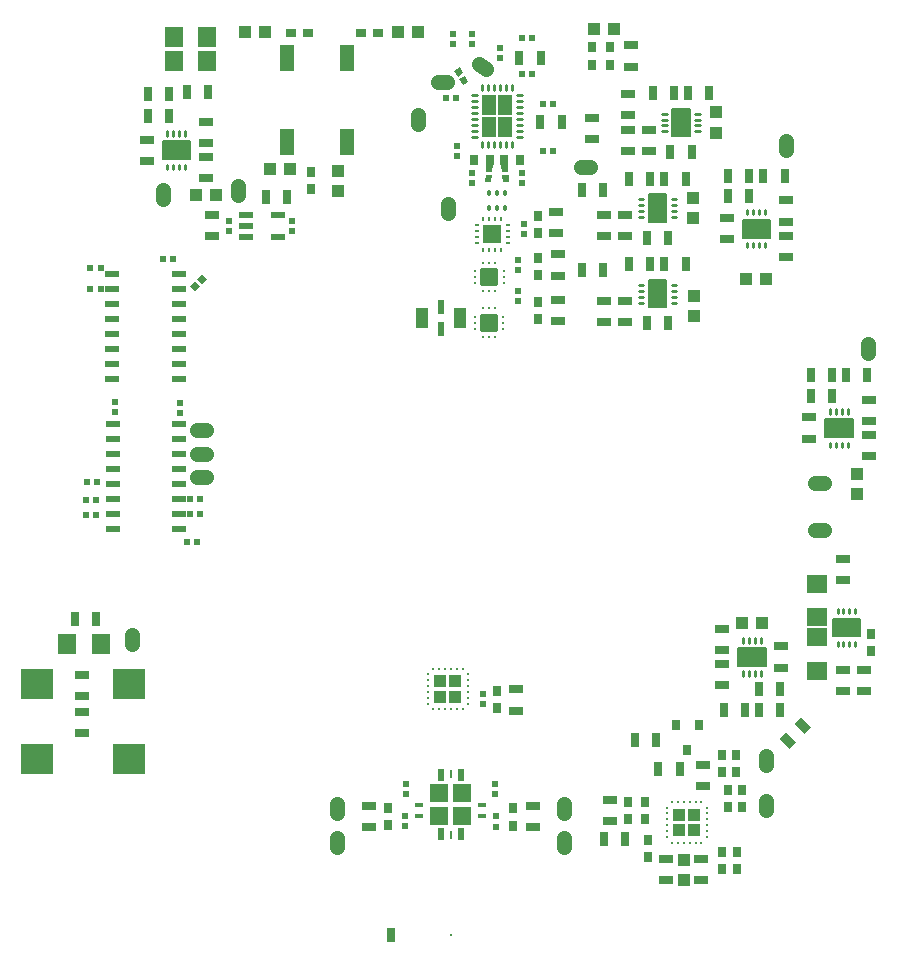
<source format=gtp>
G75*
%MOIN*%
%OFA0B0*%
%FSLAX25Y25*%
%IPPOS*%
%LPD*%
%AMOC8*
5,1,8,0,0,1.08239X$1,22.5*
%
%ADD10R,0.04724X0.03150*%
%ADD11R,0.02362X0.02165*%
%ADD12R,0.03150X0.04724*%
%ADD13R,0.02165X0.02362*%
%ADD14R,0.02953X0.03740*%
%ADD15R,0.04331X0.03937*%
%ADD16C,0.00984*%
%ADD17R,0.04800X0.06800*%
%ADD18C,0.05000*%
%ADD19R,0.02756X0.03543*%
%ADD20C,0.01378*%
%ADD21R,0.03740X0.02953*%
%ADD22R,0.03937X0.04331*%
%ADD23R,0.05000X0.09000*%
%ADD24R,0.06299X0.06299*%
%ADD25R,0.01575X0.00945*%
%ADD26R,0.00945X0.01575*%
%ADD27C,0.01181*%
%ADD28C,0.01063*%
%ADD29R,0.02402X0.04921*%
%ADD30R,0.03937X0.07087*%
%ADD31R,0.04331X0.04331*%
%ADD32C,0.01102*%
%ADD33R,0.02244X0.04134*%
%ADD34R,0.05906X0.05906*%
%ADD35R,0.00787X0.03150*%
%ADD36R,0.02756X0.01575*%
%ADD37C,0.00945*%
%ADD38C,0.00504*%
%ADD39R,0.07087X0.06299*%
%ADD40R,0.03150X0.03543*%
%ADD41R,0.04724X0.01969*%
%ADD42R,0.04724X0.02362*%
%ADD43R,0.06299X0.07087*%
%ADD44R,0.10630X0.10039*%
%ADD45R,0.01000X0.01000*%
%ADD46R,0.02500X0.05000*%
D10*
X0040240Y0127397D03*
X0040240Y0134483D03*
X0040357Y0139720D03*
X0040357Y0146806D03*
X0135914Y0103265D03*
X0135914Y0096179D03*
X0184871Y0134958D03*
X0184871Y0142045D03*
X0190501Y0103186D03*
X0190501Y0096100D03*
X0216304Y0098147D03*
X0216304Y0105234D03*
X0235005Y0085549D03*
X0235005Y0078462D03*
X0246816Y0078462D03*
X0246816Y0085549D03*
X0247209Y0109761D03*
X0247209Y0116848D03*
X0253769Y0143423D03*
X0253769Y0150509D03*
X0253769Y0155234D03*
X0253769Y0162320D03*
X0273454Y0156415D03*
X0273454Y0149328D03*
X0294123Y0148541D03*
X0301013Y0148541D03*
X0301013Y0141454D03*
X0294123Y0141454D03*
X0294123Y0178364D03*
X0294123Y0185450D03*
X0302489Y0219702D03*
X0302489Y0226789D03*
X0302489Y0231513D03*
X0302489Y0238600D03*
X0282804Y0232694D03*
X0282804Y0225608D03*
X0274930Y0286139D03*
X0274930Y0293226D03*
X0274930Y0297950D03*
X0274930Y0305037D03*
X0255245Y0299131D03*
X0255245Y0292045D03*
X0229162Y0321572D03*
X0229162Y0328659D03*
X0222272Y0328659D03*
X0222272Y0333383D03*
X0222272Y0340470D03*
X0223174Y0349659D03*
X0223174Y0356746D03*
X0210461Y0332596D03*
X0210461Y0325509D03*
X0222272Y0321572D03*
X0221288Y0300116D03*
X0221288Y0293029D03*
X0214398Y0293029D03*
X0214398Y0300116D03*
X0198406Y0301132D03*
X0198406Y0294046D03*
X0198979Y0287088D03*
X0198979Y0280001D03*
X0199004Y0271780D03*
X0199004Y0264693D03*
X0214398Y0264486D03*
X0214398Y0271572D03*
X0221288Y0271572D03*
X0221288Y0264486D03*
X0083493Y0293029D03*
X0083493Y0300116D03*
X0081600Y0312364D03*
X0081600Y0319451D03*
X0081600Y0324175D03*
X0081600Y0331262D03*
X0061915Y0325357D03*
X0061915Y0318270D03*
D11*
X0067334Y0285690D03*
X0070680Y0285690D03*
G36*
X0079634Y0276656D02*
X0077964Y0274986D01*
X0076434Y0276516D01*
X0078104Y0278186D01*
X0079634Y0276656D01*
G37*
G36*
X0082000Y0279022D02*
X0080330Y0277352D01*
X0078800Y0278882D01*
X0080470Y0280552D01*
X0082000Y0279022D01*
G37*
X0046491Y0282569D03*
X0043144Y0282569D03*
X0043144Y0275369D03*
X0046491Y0275369D03*
X0045182Y0211308D03*
X0041835Y0211308D03*
X0041661Y0205155D03*
X0045008Y0205155D03*
X0045073Y0200076D03*
X0041727Y0200076D03*
X0076412Y0200569D03*
X0079758Y0200569D03*
X0079755Y0205506D03*
X0076409Y0205506D03*
X0075280Y0191172D03*
X0078626Y0191172D03*
G36*
X0174644Y0311331D02*
X0174850Y0313683D01*
X0177004Y0313495D01*
X0176798Y0311143D01*
X0174644Y0311331D01*
G37*
G36*
X0174936Y0314665D02*
X0175142Y0317017D01*
X0177296Y0316829D01*
X0177090Y0314477D01*
X0174936Y0314665D01*
G37*
G36*
X0180250Y0314477D02*
X0180044Y0316829D01*
X0182198Y0317017D01*
X0182404Y0314665D01*
X0180250Y0314477D01*
G37*
G36*
X0180542Y0311143D02*
X0180336Y0313495D01*
X0182490Y0313683D01*
X0182696Y0311331D01*
X0180542Y0311143D01*
G37*
X0193819Y0321676D03*
X0197165Y0321676D03*
X0197347Y0337202D03*
X0194001Y0337202D03*
X0190347Y0347202D03*
X0187001Y0347202D03*
X0187101Y0359152D03*
X0190447Y0359152D03*
G36*
X0167969Y0346532D02*
X0169150Y0344488D01*
X0167277Y0343406D01*
X0166096Y0345450D01*
X0167969Y0346532D01*
G37*
G36*
X0166296Y0349430D02*
X0167477Y0347386D01*
X0165604Y0346304D01*
X0164423Y0348348D01*
X0166296Y0349430D01*
G37*
X0164851Y0339324D03*
X0161505Y0339324D03*
D12*
X0186131Y0352532D03*
X0193217Y0352532D03*
X0193131Y0331202D03*
X0200217Y0331202D03*
X0206918Y0308383D03*
X0214005Y0308383D03*
X0222666Y0312320D03*
X0229753Y0312320D03*
X0234477Y0312320D03*
X0236446Y0321179D03*
X0243532Y0321179D03*
X0241564Y0312320D03*
X0255639Y0313305D03*
X0255639Y0306415D03*
X0262725Y0306415D03*
X0262725Y0313305D03*
X0267450Y0313305D03*
X0274536Y0313305D03*
X0249438Y0340864D03*
X0242351Y0340864D03*
X0237627Y0340864D03*
X0230540Y0340864D03*
X0228572Y0292635D03*
X0235658Y0292635D03*
X0234477Y0283777D03*
X0229753Y0283777D03*
X0222666Y0283777D03*
X0214005Y0281809D03*
X0206918Y0281809D03*
X0228572Y0264092D03*
X0235658Y0264092D03*
X0241564Y0283777D03*
X0283198Y0246868D03*
X0283198Y0239978D03*
X0290284Y0239978D03*
X0290284Y0246868D03*
X0295009Y0246868D03*
X0302095Y0246868D03*
X0273060Y0142045D03*
X0273060Y0135155D03*
X0265973Y0135155D03*
X0261249Y0135155D03*
X0265973Y0142045D03*
X0254162Y0135155D03*
X0239532Y0115470D03*
X0232446Y0115470D03*
X0231658Y0125312D03*
X0224572Y0125312D03*
X0221347Y0092281D03*
X0214261Y0092281D03*
G36*
X0272870Y0125631D02*
X0275097Y0127858D01*
X0278436Y0124519D01*
X0276209Y0122292D01*
X0272870Y0125631D01*
G37*
G36*
X0277881Y0130642D02*
X0280108Y0132869D01*
X0283447Y0129530D01*
X0281220Y0127303D01*
X0277881Y0130642D01*
G37*
X0108611Y0306335D03*
X0101524Y0306335D03*
X0082289Y0341105D03*
X0075202Y0341105D03*
X0069395Y0340514D03*
X0062309Y0340514D03*
X0062309Y0333132D03*
X0069395Y0333132D03*
X0044972Y0165559D03*
X0037886Y0165559D03*
D13*
X0051217Y0234496D03*
X0051217Y0237842D03*
X0073121Y0237524D03*
X0073121Y0234178D03*
X0089398Y0294899D03*
X0089398Y0298246D03*
X0110336Y0298246D03*
X0110336Y0294899D03*
X0165272Y0319990D03*
X0165272Y0323336D03*
X0170270Y0314131D03*
X0170270Y0310785D03*
X0187070Y0310907D03*
X0187070Y0314253D03*
X0187731Y0297331D03*
X0187731Y0293984D03*
X0185614Y0285076D03*
X0185614Y0281729D03*
X0185532Y0274989D03*
X0185532Y0271643D03*
X0179584Y0352529D03*
X0179584Y0355875D03*
X0170344Y0357269D03*
X0170344Y0360615D03*
X0164130Y0360533D03*
X0164130Y0357187D03*
X0173847Y0140372D03*
X0173847Y0137025D03*
X0178001Y0110411D03*
X0178001Y0107064D03*
X0178355Y0099702D03*
X0178355Y0096356D03*
X0147902Y0096533D03*
X0147902Y0099879D03*
X0148276Y0107025D03*
X0148276Y0110372D03*
D14*
X0142174Y0102478D03*
X0142174Y0096769D03*
X0178572Y0135844D03*
X0178572Y0141553D03*
X0184123Y0102399D03*
X0184123Y0096690D03*
X0222209Y0098836D03*
X0222209Y0104545D03*
X0228115Y0104545D03*
X0228115Y0098836D03*
X0229099Y0091749D03*
X0229099Y0086041D03*
X0253706Y0087812D03*
X0253706Y0082104D03*
X0258627Y0082104D03*
X0258627Y0087812D03*
X0260398Y0102773D03*
X0255674Y0102773D03*
X0255674Y0108482D03*
X0260398Y0108482D03*
X0258430Y0114584D03*
X0258430Y0120293D03*
X0253706Y0120293D03*
X0253706Y0114584D03*
X0303473Y0154938D03*
X0303473Y0160647D03*
X0192220Y0265626D03*
X0192220Y0271335D03*
X0192213Y0280250D03*
X0192213Y0285959D03*
X0192246Y0294212D03*
X0192246Y0299921D03*
X0210174Y0350348D03*
X0210174Y0356057D03*
X0216174Y0356057D03*
X0216174Y0350348D03*
X0116670Y0314435D03*
X0116670Y0308726D03*
D15*
X0109721Y0315686D03*
X0103028Y0315686D03*
X0084992Y0306764D03*
X0078299Y0306764D03*
X0094703Y0361213D03*
X0101396Y0361213D03*
X0145604Y0361181D03*
X0152297Y0361181D03*
X0210828Y0362202D03*
X0217520Y0362202D03*
X0261741Y0278856D03*
X0268434Y0278856D03*
X0266957Y0164067D03*
X0260265Y0164067D03*
D16*
X0183591Y0322867D02*
X0183591Y0324639D01*
X0181623Y0324639D02*
X0181623Y0322867D01*
X0179654Y0322867D02*
X0179654Y0324639D01*
X0177686Y0324639D02*
X0177686Y0322867D01*
X0175717Y0322867D02*
X0175717Y0324639D01*
X0173749Y0324639D02*
X0173749Y0322867D01*
X0172076Y0326312D02*
X0170304Y0326312D01*
X0170304Y0328281D02*
X0172076Y0328281D01*
X0172076Y0330249D02*
X0170304Y0330249D01*
X0170304Y0332218D02*
X0172076Y0332218D01*
X0172076Y0334186D02*
X0170304Y0334186D01*
X0170304Y0336155D02*
X0172076Y0336155D01*
X0172076Y0338123D02*
X0170304Y0338123D01*
X0170304Y0340092D02*
X0172076Y0340092D01*
X0173749Y0341765D02*
X0173749Y0343537D01*
X0175717Y0343537D02*
X0175717Y0341765D01*
X0177686Y0341765D02*
X0177686Y0343537D01*
X0179654Y0343537D02*
X0179654Y0341765D01*
X0181623Y0341765D02*
X0181623Y0343537D01*
X0183591Y0343537D02*
X0183591Y0341765D01*
X0185264Y0340092D02*
X0187036Y0340092D01*
X0187036Y0338123D02*
X0185264Y0338123D01*
X0185264Y0336155D02*
X0187036Y0336155D01*
X0187036Y0334186D02*
X0185264Y0334186D01*
X0185264Y0332218D02*
X0187036Y0332218D01*
X0187036Y0330249D02*
X0185264Y0330249D01*
X0185264Y0328281D02*
X0187036Y0328281D01*
X0187036Y0326312D02*
X0185264Y0326312D01*
D17*
X0181470Y0329402D03*
X0175870Y0329402D03*
X0175870Y0337002D03*
X0181470Y0337002D03*
D18*
X0175146Y0348973D02*
X0172548Y0350471D01*
X0161961Y0344604D02*
X0158961Y0344604D01*
X0152194Y0333505D02*
X0152194Y0330505D01*
X0162430Y0303978D02*
X0162430Y0300978D01*
X0206599Y0316257D02*
X0209599Y0316257D01*
X0275028Y0321844D02*
X0275028Y0324844D01*
X0302194Y0257127D02*
X0302194Y0254127D01*
X0287749Y0210942D02*
X0284749Y0210942D01*
X0284749Y0195194D02*
X0287749Y0195194D01*
X0268335Y0119726D02*
X0268335Y0116726D01*
X0268335Y0104765D02*
X0268335Y0101765D01*
X0201013Y0100978D02*
X0201013Y0103978D01*
X0201013Y0092561D02*
X0201013Y0089561D01*
X0125422Y0089561D02*
X0125422Y0092561D01*
X0125422Y0100978D02*
X0125422Y0103978D01*
X0056918Y0157277D02*
X0056918Y0160277D01*
X0078646Y0212714D02*
X0081646Y0212714D01*
X0081646Y0220588D02*
X0078646Y0220588D01*
X0078646Y0228462D02*
X0081646Y0228462D01*
X0067318Y0305384D02*
X0067318Y0308384D01*
X0092351Y0306883D02*
X0092351Y0309883D01*
D19*
X0171111Y0318580D03*
X0176229Y0318580D03*
X0181111Y0318580D03*
X0186229Y0318580D03*
D20*
X0181229Y0307934D02*
X0181229Y0307344D01*
X0178670Y0307344D02*
X0178670Y0307934D01*
X0176111Y0307934D02*
X0176111Y0307344D01*
X0176111Y0302816D02*
X0176111Y0302226D01*
X0178670Y0302226D02*
X0178670Y0302816D01*
X0181229Y0302816D02*
X0181229Y0302226D01*
D21*
X0139005Y0360981D03*
X0133296Y0360981D03*
X0115724Y0360780D03*
X0110016Y0360780D03*
D22*
X0125670Y0314927D03*
X0125670Y0308234D03*
X0243926Y0305824D03*
X0243926Y0299131D03*
X0244241Y0273305D03*
X0244241Y0266612D03*
X0251800Y0327675D03*
X0251800Y0334368D03*
X0298552Y0213797D03*
X0298552Y0207104D03*
X0240910Y0085352D03*
X0240910Y0078659D03*
D23*
X0128670Y0324580D03*
X0108670Y0324580D03*
X0108670Y0352580D03*
X0128670Y0352580D03*
D24*
X0177095Y0293777D03*
D25*
X0182217Y0292793D03*
X0182217Y0292793D03*
X0182217Y0294761D03*
X0182217Y0296730D03*
X0182217Y0290824D03*
X0171969Y0290828D03*
X0171969Y0292797D03*
X0171969Y0294765D03*
X0171969Y0296734D03*
D26*
X0174143Y0298895D03*
X0176111Y0298895D03*
X0178080Y0298895D03*
X0180048Y0298895D03*
X0180052Y0288651D03*
X0178083Y0288651D03*
X0176115Y0288651D03*
X0174146Y0288651D03*
D27*
X0173750Y0281770D02*
X0173750Y0277044D01*
X0173750Y0281770D02*
X0178476Y0281770D01*
X0178476Y0277044D01*
X0173750Y0277044D01*
X0173750Y0278224D02*
X0178476Y0278224D01*
X0178476Y0279404D02*
X0173750Y0279404D01*
X0173750Y0280584D02*
X0178476Y0280584D01*
X0178476Y0281764D02*
X0173750Y0281764D01*
X0173728Y0266683D02*
X0173728Y0261957D01*
X0173728Y0266683D02*
X0178454Y0266683D01*
X0178454Y0261957D01*
X0173728Y0261957D01*
X0173728Y0263137D02*
X0178454Y0263137D01*
X0178454Y0264317D02*
X0173728Y0264317D01*
X0173728Y0265497D02*
X0178454Y0265497D01*
X0178454Y0266677D02*
X0173728Y0266677D01*
D28*
X0171372Y0266293D03*
X0171372Y0264324D03*
X0171372Y0262356D03*
X0174121Y0259607D03*
X0176089Y0259607D03*
X0178058Y0259607D03*
X0180801Y0262356D03*
X0180801Y0264324D03*
X0180801Y0266293D03*
X0178060Y0269045D03*
X0176091Y0269045D03*
X0174123Y0269045D03*
X0174142Y0274693D03*
X0176111Y0274693D03*
X0178079Y0274693D03*
X0180823Y0277443D03*
X0180823Y0279411D03*
X0180823Y0281380D03*
X0178081Y0284131D03*
X0176113Y0284131D03*
X0174144Y0284131D03*
X0171393Y0281380D03*
X0171393Y0279411D03*
X0171393Y0277443D03*
D29*
X0159981Y0269498D03*
X0159981Y0262175D03*
D30*
X0166379Y0265836D03*
X0153583Y0265836D03*
D31*
X0159674Y0144801D03*
X0159674Y0139683D03*
X0164792Y0139683D03*
X0164792Y0144801D03*
X0239335Y0100312D03*
X0239335Y0095194D03*
X0244454Y0095194D03*
X0244454Y0100312D03*
D32*
X0244847Y0104486D03*
X0242879Y0104486D03*
X0240910Y0104486D03*
X0238942Y0104486D03*
X0236973Y0104486D03*
X0235162Y0102675D03*
X0235162Y0100706D03*
X0235162Y0098738D03*
X0235162Y0096769D03*
X0235162Y0094801D03*
X0235162Y0092832D03*
X0236973Y0091021D03*
X0238942Y0091021D03*
X0240910Y0091021D03*
X0242879Y0091021D03*
X0244847Y0091021D03*
X0246816Y0091021D03*
X0248627Y0092832D03*
X0248627Y0094801D03*
X0248627Y0096769D03*
X0248627Y0098738D03*
X0248627Y0100706D03*
X0248627Y0102675D03*
X0246816Y0104486D03*
X0168965Y0137320D03*
X0168965Y0139289D03*
X0168965Y0141257D03*
X0168965Y0143226D03*
X0168965Y0145194D03*
X0168965Y0147163D03*
X0167154Y0148974D03*
X0165186Y0148974D03*
X0163217Y0148974D03*
X0161249Y0148974D03*
X0159280Y0148974D03*
X0157312Y0148974D03*
X0155501Y0147163D03*
X0155501Y0145194D03*
X0155501Y0143226D03*
X0155501Y0141257D03*
X0155501Y0139289D03*
X0155501Y0137320D03*
X0157312Y0135509D03*
X0159280Y0135509D03*
X0161249Y0135509D03*
X0163217Y0135509D03*
X0165186Y0135509D03*
X0167154Y0135509D03*
D33*
X0166603Y0113403D03*
X0159831Y0113403D03*
X0159831Y0093915D03*
X0166603Y0093915D03*
D34*
X0166957Y0099919D03*
X0166957Y0107399D03*
X0159477Y0107399D03*
X0159477Y0099919D03*
D35*
X0163217Y0093423D03*
X0163217Y0113895D03*
D36*
X0152784Y0103659D03*
X0152784Y0099722D03*
X0173650Y0099722D03*
X0173650Y0103659D03*
D37*
X0260658Y0146651D02*
X0260658Y0148069D01*
X0260658Y0148069D01*
X0260658Y0146651D01*
X0260658Y0146651D01*
X0260658Y0147595D02*
X0260658Y0147595D01*
X0262627Y0148069D02*
X0262627Y0146651D01*
X0262627Y0148069D02*
X0262627Y0148069D01*
X0262627Y0146651D01*
X0262627Y0146651D01*
X0262627Y0147595D02*
X0262627Y0147595D01*
X0264595Y0148069D02*
X0264595Y0146651D01*
X0264595Y0148069D02*
X0264595Y0148069D01*
X0264595Y0146651D01*
X0264595Y0146651D01*
X0264595Y0147595D02*
X0264595Y0147595D01*
X0266564Y0148069D02*
X0266564Y0146651D01*
X0266564Y0148069D02*
X0266564Y0148069D01*
X0266564Y0146651D01*
X0266564Y0146651D01*
X0266564Y0147595D02*
X0266564Y0147595D01*
X0266564Y0157674D02*
X0266564Y0159092D01*
X0266564Y0157674D02*
X0266564Y0157674D01*
X0266564Y0159092D01*
X0266564Y0159092D01*
X0266564Y0158618D02*
X0266564Y0158618D01*
X0264595Y0159092D02*
X0264595Y0157674D01*
X0264595Y0157674D01*
X0264595Y0159092D01*
X0264595Y0159092D01*
X0264595Y0158618D02*
X0264595Y0158618D01*
X0262627Y0159092D02*
X0262627Y0157674D01*
X0262627Y0157674D01*
X0262627Y0159092D01*
X0262627Y0159092D01*
X0262627Y0158618D02*
X0262627Y0158618D01*
X0260658Y0159092D02*
X0260658Y0157674D01*
X0260658Y0157674D01*
X0260658Y0159092D01*
X0260658Y0159092D01*
X0260658Y0158618D02*
X0260658Y0158618D01*
X0292154Y0157911D02*
X0292154Y0156493D01*
X0292154Y0157911D02*
X0292154Y0157911D01*
X0292154Y0156493D01*
X0292154Y0156493D01*
X0292154Y0157437D02*
X0292154Y0157437D01*
X0294123Y0157911D02*
X0294123Y0156493D01*
X0294123Y0157911D02*
X0294123Y0157911D01*
X0294123Y0156493D01*
X0294123Y0156493D01*
X0294123Y0157437D02*
X0294123Y0157437D01*
X0296091Y0157911D02*
X0296091Y0156493D01*
X0296091Y0157911D02*
X0296091Y0157911D01*
X0296091Y0156493D01*
X0296091Y0156493D01*
X0296091Y0157437D02*
X0296091Y0157437D01*
X0298060Y0157911D02*
X0298060Y0156493D01*
X0298060Y0157911D02*
X0298060Y0157911D01*
X0298060Y0156493D01*
X0298060Y0156493D01*
X0298060Y0157437D02*
X0298060Y0157437D01*
X0298060Y0167517D02*
X0298060Y0168935D01*
X0298060Y0167517D02*
X0298060Y0167517D01*
X0298060Y0168935D01*
X0298060Y0168935D01*
X0298060Y0168461D02*
X0298060Y0168461D01*
X0296091Y0168935D02*
X0296091Y0167517D01*
X0296091Y0167517D01*
X0296091Y0168935D01*
X0296091Y0168935D01*
X0296091Y0168461D02*
X0296091Y0168461D01*
X0294123Y0168935D02*
X0294123Y0167517D01*
X0294123Y0167517D01*
X0294123Y0168935D01*
X0294123Y0168935D01*
X0294123Y0168461D02*
X0294123Y0168461D01*
X0292154Y0168935D02*
X0292154Y0167517D01*
X0292154Y0167517D01*
X0292154Y0168935D01*
X0292154Y0168935D01*
X0292154Y0168461D02*
X0292154Y0168461D01*
X0291662Y0222930D02*
X0291662Y0224348D01*
X0291662Y0224348D01*
X0291662Y0222930D01*
X0291662Y0222930D01*
X0291662Y0223874D02*
X0291662Y0223874D01*
X0289694Y0224348D02*
X0289694Y0222930D01*
X0289694Y0224348D02*
X0289694Y0224348D01*
X0289694Y0222930D01*
X0289694Y0222930D01*
X0289694Y0223874D02*
X0289694Y0223874D01*
X0293631Y0224348D02*
X0293631Y0222930D01*
X0293631Y0224348D02*
X0293631Y0224348D01*
X0293631Y0222930D01*
X0293631Y0222930D01*
X0293631Y0223874D02*
X0293631Y0223874D01*
X0295599Y0224348D02*
X0295599Y0222930D01*
X0295599Y0224348D02*
X0295599Y0224348D01*
X0295599Y0222930D01*
X0295599Y0222930D01*
X0295599Y0223874D02*
X0295599Y0223874D01*
X0295599Y0233954D02*
X0295599Y0235372D01*
X0295599Y0233954D02*
X0295599Y0233954D01*
X0295599Y0235372D01*
X0295599Y0235372D01*
X0295599Y0234898D02*
X0295599Y0234898D01*
X0293631Y0235372D02*
X0293631Y0233954D01*
X0293631Y0233954D01*
X0293631Y0235372D01*
X0293631Y0235372D01*
X0293631Y0234898D02*
X0293631Y0234898D01*
X0291662Y0235372D02*
X0291662Y0233954D01*
X0291662Y0233954D01*
X0291662Y0235372D01*
X0291662Y0235372D01*
X0291662Y0234898D02*
X0291662Y0234898D01*
X0289694Y0235372D02*
X0289694Y0233954D01*
X0289694Y0233954D01*
X0289694Y0235372D01*
X0289694Y0235372D01*
X0289694Y0234898D02*
X0289694Y0234898D01*
X0268040Y0289367D02*
X0268040Y0290785D01*
X0268040Y0290785D01*
X0268040Y0289367D01*
X0268040Y0289367D01*
X0268040Y0290311D02*
X0268040Y0290311D01*
X0266072Y0290785D02*
X0266072Y0289367D01*
X0266072Y0290785D02*
X0266072Y0290785D01*
X0266072Y0289367D01*
X0266072Y0289367D01*
X0266072Y0290311D02*
X0266072Y0290311D01*
X0264103Y0290785D02*
X0264103Y0289367D01*
X0264103Y0290785D02*
X0264103Y0290785D01*
X0264103Y0289367D01*
X0264103Y0289367D01*
X0264103Y0290311D02*
X0264103Y0290311D01*
X0262135Y0290785D02*
X0262135Y0289367D01*
X0262135Y0290785D02*
X0262135Y0290785D01*
X0262135Y0289367D01*
X0262135Y0289367D01*
X0262135Y0290311D02*
X0262135Y0290311D01*
X0262135Y0300391D02*
X0262135Y0301809D01*
X0262135Y0300391D02*
X0262135Y0300391D01*
X0262135Y0301809D01*
X0262135Y0301809D01*
X0262135Y0301335D02*
X0262135Y0301335D01*
X0264103Y0301809D02*
X0264103Y0300391D01*
X0264103Y0300391D01*
X0264103Y0301809D01*
X0264103Y0301809D01*
X0264103Y0301335D02*
X0264103Y0301335D01*
X0266072Y0301809D02*
X0266072Y0300391D01*
X0266072Y0300391D01*
X0266072Y0301809D01*
X0266072Y0301809D01*
X0266072Y0301335D02*
X0266072Y0301335D01*
X0268040Y0301809D02*
X0268040Y0300391D01*
X0268040Y0300391D01*
X0268040Y0301809D01*
X0268040Y0301809D01*
X0268040Y0301335D02*
X0268040Y0301335D01*
X0246210Y0328068D02*
X0244792Y0328068D01*
X0244792Y0328068D01*
X0246210Y0328068D01*
X0246210Y0328068D01*
X0246210Y0330037D02*
X0244792Y0330037D01*
X0244792Y0330037D01*
X0246210Y0330037D01*
X0246210Y0330037D01*
X0246210Y0332005D02*
X0244792Y0332005D01*
X0244792Y0332005D01*
X0246210Y0332005D01*
X0246210Y0332005D01*
X0246210Y0333974D02*
X0244792Y0333974D01*
X0244792Y0333974D01*
X0246210Y0333974D01*
X0246210Y0333974D01*
X0235186Y0333974D02*
X0233768Y0333974D01*
X0235186Y0333974D02*
X0235186Y0333974D01*
X0233768Y0333974D01*
X0233768Y0333974D01*
X0233768Y0332005D02*
X0235186Y0332005D01*
X0235186Y0332005D01*
X0233768Y0332005D01*
X0233768Y0332005D01*
X0233768Y0330037D02*
X0235186Y0330037D01*
X0235186Y0330037D01*
X0233768Y0330037D01*
X0233768Y0330037D01*
X0233768Y0328068D02*
X0235186Y0328068D01*
X0235186Y0328068D01*
X0233768Y0328068D01*
X0233768Y0328068D01*
X0236918Y0305431D02*
X0238336Y0305431D01*
X0236918Y0305431D02*
X0236918Y0305431D01*
X0238336Y0305431D01*
X0238336Y0305431D01*
X0238336Y0303462D02*
X0236918Y0303462D01*
X0236918Y0303462D01*
X0238336Y0303462D01*
X0238336Y0303462D01*
X0238336Y0301494D02*
X0236918Y0301494D01*
X0236918Y0301494D01*
X0238336Y0301494D01*
X0238336Y0301494D01*
X0238336Y0299525D02*
X0236918Y0299525D01*
X0236918Y0299525D01*
X0238336Y0299525D01*
X0238336Y0299525D01*
X0227312Y0299525D02*
X0225894Y0299525D01*
X0227312Y0299525D02*
X0227312Y0299525D01*
X0225894Y0299525D01*
X0225894Y0299525D01*
X0225894Y0301494D02*
X0227312Y0301494D01*
X0227312Y0301494D01*
X0225894Y0301494D01*
X0225894Y0301494D01*
X0225894Y0303462D02*
X0227312Y0303462D01*
X0227312Y0303462D01*
X0225894Y0303462D01*
X0225894Y0303462D01*
X0225894Y0305431D02*
X0227312Y0305431D01*
X0227312Y0305431D01*
X0225894Y0305431D01*
X0225894Y0305431D01*
X0225894Y0276887D02*
X0227312Y0276887D01*
X0227312Y0276887D01*
X0225894Y0276887D01*
X0225894Y0276887D01*
X0225894Y0274919D02*
X0227312Y0274919D01*
X0227312Y0274919D01*
X0225894Y0274919D01*
X0225894Y0274919D01*
X0225894Y0272950D02*
X0227312Y0272950D01*
X0227312Y0272950D01*
X0225894Y0272950D01*
X0225894Y0272950D01*
X0225894Y0270982D02*
X0227312Y0270982D01*
X0227312Y0270982D01*
X0225894Y0270982D01*
X0225894Y0270982D01*
X0236918Y0270982D02*
X0238336Y0270982D01*
X0236918Y0270982D02*
X0236918Y0270982D01*
X0238336Y0270982D01*
X0238336Y0270982D01*
X0238336Y0272950D02*
X0236918Y0272950D01*
X0236918Y0272950D01*
X0238336Y0272950D01*
X0238336Y0272950D01*
X0238336Y0274919D02*
X0236918Y0274919D01*
X0236918Y0274919D01*
X0238336Y0274919D01*
X0238336Y0274919D01*
X0238336Y0276887D02*
X0236918Y0276887D01*
X0236918Y0276887D01*
X0238336Y0276887D01*
X0238336Y0276887D01*
X0074710Y0315592D02*
X0074710Y0317010D01*
X0074710Y0317010D01*
X0074710Y0315592D01*
X0074710Y0315592D01*
X0074710Y0316536D02*
X0074710Y0316536D01*
X0072742Y0317010D02*
X0072742Y0315592D01*
X0072742Y0317010D02*
X0072742Y0317010D01*
X0072742Y0315592D01*
X0072742Y0315592D01*
X0072742Y0316536D02*
X0072742Y0316536D01*
X0070773Y0317010D02*
X0070773Y0315592D01*
X0070773Y0317010D02*
X0070773Y0317010D01*
X0070773Y0315592D01*
X0070773Y0315592D01*
X0070773Y0316536D02*
X0070773Y0316536D01*
X0068805Y0317010D02*
X0068805Y0315592D01*
X0068805Y0317010D02*
X0068805Y0317010D01*
X0068805Y0315592D01*
X0068805Y0315592D01*
X0068805Y0316536D02*
X0068805Y0316536D01*
X0068805Y0326616D02*
X0068805Y0328034D01*
X0068805Y0326616D02*
X0068805Y0326616D01*
X0068805Y0328034D01*
X0068805Y0328034D01*
X0068805Y0327560D02*
X0068805Y0327560D01*
X0070773Y0328034D02*
X0070773Y0326616D01*
X0070773Y0326616D01*
X0070773Y0328034D01*
X0070773Y0328034D01*
X0070773Y0327560D02*
X0070773Y0327560D01*
X0072742Y0328034D02*
X0072742Y0326616D01*
X0072742Y0326616D01*
X0072742Y0328034D01*
X0072742Y0328034D01*
X0072742Y0327560D02*
X0072742Y0327560D01*
X0074710Y0328034D02*
X0074710Y0326616D01*
X0074710Y0326616D01*
X0074710Y0328034D01*
X0074710Y0328034D01*
X0074710Y0327560D02*
X0074710Y0327560D01*
D38*
X0076308Y0318916D02*
X0067206Y0318916D01*
X0067206Y0324710D01*
X0076308Y0324710D01*
X0076308Y0318916D01*
X0076308Y0319419D02*
X0067206Y0319419D01*
X0067206Y0319922D02*
X0076308Y0319922D01*
X0076308Y0320425D02*
X0067206Y0320425D01*
X0067206Y0320928D02*
X0076308Y0320928D01*
X0076308Y0321431D02*
X0067206Y0321431D01*
X0067206Y0321934D02*
X0076308Y0321934D01*
X0076308Y0322437D02*
X0067206Y0322437D01*
X0067206Y0322940D02*
X0076308Y0322940D01*
X0076308Y0323443D02*
X0067206Y0323443D01*
X0067206Y0323946D02*
X0076308Y0323946D01*
X0076308Y0324449D02*
X0067206Y0324449D01*
X0235012Y0307029D02*
X0235012Y0297927D01*
X0229218Y0297927D01*
X0229218Y0307029D01*
X0235012Y0307029D01*
X0235012Y0298430D02*
X0229218Y0298430D01*
X0229218Y0298933D02*
X0235012Y0298933D01*
X0235012Y0299436D02*
X0229218Y0299436D01*
X0229218Y0299939D02*
X0235012Y0299939D01*
X0235012Y0300442D02*
X0229218Y0300442D01*
X0229218Y0300945D02*
X0235012Y0300945D01*
X0235012Y0301448D02*
X0229218Y0301448D01*
X0229218Y0301951D02*
X0235012Y0301951D01*
X0235012Y0302454D02*
X0229218Y0302454D01*
X0229218Y0302957D02*
X0235012Y0302957D01*
X0235012Y0303460D02*
X0229218Y0303460D01*
X0229218Y0303963D02*
X0235012Y0303963D01*
X0235012Y0304466D02*
X0229218Y0304466D01*
X0229218Y0304969D02*
X0235012Y0304969D01*
X0235012Y0305472D02*
X0229218Y0305472D01*
X0229218Y0305975D02*
X0235012Y0305975D01*
X0235012Y0306478D02*
X0229218Y0306478D01*
X0229218Y0306981D02*
X0235012Y0306981D01*
X0242886Y0326470D02*
X0242886Y0335572D01*
X0242886Y0326470D02*
X0237092Y0326470D01*
X0237092Y0335572D01*
X0242886Y0335572D01*
X0242886Y0326973D02*
X0237092Y0326973D01*
X0237092Y0327476D02*
X0242886Y0327476D01*
X0242886Y0327979D02*
X0237092Y0327979D01*
X0237092Y0328482D02*
X0242886Y0328482D01*
X0242886Y0328985D02*
X0237092Y0328985D01*
X0237092Y0329488D02*
X0242886Y0329488D01*
X0242886Y0329991D02*
X0237092Y0329991D01*
X0237092Y0330494D02*
X0242886Y0330494D01*
X0242886Y0330997D02*
X0237092Y0330997D01*
X0237092Y0331500D02*
X0242886Y0331500D01*
X0242886Y0332003D02*
X0237092Y0332003D01*
X0237092Y0332506D02*
X0242886Y0332506D01*
X0242886Y0333009D02*
X0237092Y0333009D01*
X0237092Y0333512D02*
X0242886Y0333512D01*
X0242886Y0334015D02*
X0237092Y0334015D01*
X0237092Y0334518D02*
X0242886Y0334518D01*
X0242886Y0335021D02*
X0237092Y0335021D01*
X0237092Y0335524D02*
X0242886Y0335524D01*
X0260536Y0292691D02*
X0269638Y0292691D01*
X0260536Y0292691D02*
X0260536Y0298485D01*
X0269638Y0298485D01*
X0269638Y0292691D01*
X0269638Y0293194D02*
X0260536Y0293194D01*
X0260536Y0293697D02*
X0269638Y0293697D01*
X0269638Y0294200D02*
X0260536Y0294200D01*
X0260536Y0294703D02*
X0269638Y0294703D01*
X0269638Y0295206D02*
X0260536Y0295206D01*
X0260536Y0295709D02*
X0269638Y0295709D01*
X0269638Y0296212D02*
X0260536Y0296212D01*
X0260536Y0296715D02*
X0269638Y0296715D01*
X0269638Y0297218D02*
X0260536Y0297218D01*
X0260536Y0297721D02*
X0269638Y0297721D01*
X0269638Y0298224D02*
X0260536Y0298224D01*
X0235012Y0278486D02*
X0235012Y0269384D01*
X0229218Y0269384D01*
X0229218Y0278486D01*
X0235012Y0278486D01*
X0235012Y0269887D02*
X0229218Y0269887D01*
X0229218Y0270390D02*
X0235012Y0270390D01*
X0235012Y0270893D02*
X0229218Y0270893D01*
X0229218Y0271396D02*
X0235012Y0271396D01*
X0235012Y0271899D02*
X0229218Y0271899D01*
X0229218Y0272402D02*
X0235012Y0272402D01*
X0235012Y0272905D02*
X0229218Y0272905D01*
X0229218Y0273408D02*
X0235012Y0273408D01*
X0235012Y0273911D02*
X0229218Y0273911D01*
X0229218Y0274414D02*
X0235012Y0274414D01*
X0235012Y0274917D02*
X0229218Y0274917D01*
X0229218Y0275420D02*
X0235012Y0275420D01*
X0235012Y0275923D02*
X0229218Y0275923D01*
X0229218Y0276426D02*
X0235012Y0276426D01*
X0235012Y0276929D02*
X0229218Y0276929D01*
X0229218Y0277432D02*
X0235012Y0277432D01*
X0235012Y0277935D02*
X0229218Y0277935D01*
X0229218Y0278438D02*
X0235012Y0278438D01*
X0288095Y0226254D02*
X0297197Y0226254D01*
X0288095Y0226254D02*
X0288095Y0232048D01*
X0297197Y0232048D01*
X0297197Y0226254D01*
X0297197Y0226757D02*
X0288095Y0226757D01*
X0288095Y0227260D02*
X0297197Y0227260D01*
X0297197Y0227763D02*
X0288095Y0227763D01*
X0288095Y0228266D02*
X0297197Y0228266D01*
X0297197Y0228769D02*
X0288095Y0228769D01*
X0288095Y0229272D02*
X0297197Y0229272D01*
X0297197Y0229775D02*
X0288095Y0229775D01*
X0288095Y0230278D02*
X0297197Y0230278D01*
X0297197Y0230781D02*
X0288095Y0230781D01*
X0288095Y0231284D02*
X0297197Y0231284D01*
X0297197Y0231787D02*
X0288095Y0231787D01*
X0290556Y0165611D02*
X0299658Y0165611D01*
X0299658Y0159817D01*
X0290556Y0159817D01*
X0290556Y0165611D01*
X0290556Y0160320D02*
X0299658Y0160320D01*
X0299658Y0160823D02*
X0290556Y0160823D01*
X0290556Y0161326D02*
X0299658Y0161326D01*
X0299658Y0161829D02*
X0290556Y0161829D01*
X0290556Y0162332D02*
X0299658Y0162332D01*
X0299658Y0162835D02*
X0290556Y0162835D01*
X0290556Y0163338D02*
X0299658Y0163338D01*
X0299658Y0163841D02*
X0290556Y0163841D01*
X0290556Y0164344D02*
X0299658Y0164344D01*
X0299658Y0164847D02*
X0290556Y0164847D01*
X0290556Y0165350D02*
X0299658Y0165350D01*
X0268162Y0155769D02*
X0259060Y0155769D01*
X0268162Y0155769D02*
X0268162Y0149975D01*
X0259060Y0149975D01*
X0259060Y0155769D01*
X0259060Y0150478D02*
X0268162Y0150478D01*
X0268162Y0150981D02*
X0259060Y0150981D01*
X0259060Y0151484D02*
X0268162Y0151484D01*
X0268162Y0151987D02*
X0259060Y0151987D01*
X0259060Y0152490D02*
X0268162Y0152490D01*
X0268162Y0152993D02*
X0259060Y0152993D01*
X0259060Y0153496D02*
X0268162Y0153496D01*
X0268162Y0153999D02*
X0259060Y0153999D01*
X0259060Y0154502D02*
X0268162Y0154502D01*
X0268162Y0155005D02*
X0259060Y0155005D01*
X0259060Y0155508D02*
X0268162Y0155508D01*
D39*
X0285265Y0159368D03*
X0285265Y0166061D03*
X0285265Y0177084D03*
X0285265Y0148344D03*
D40*
X0245880Y0130163D03*
X0238400Y0130163D03*
X0242140Y0121895D03*
D41*
X0072616Y0195532D03*
X0072616Y0200532D03*
X0072616Y0205532D03*
X0072616Y0210532D03*
X0072616Y0215532D03*
X0072616Y0220532D03*
X0072616Y0225532D03*
X0072616Y0230532D03*
X0072491Y0245439D03*
X0072491Y0250439D03*
X0072491Y0255439D03*
X0072491Y0260439D03*
X0072491Y0265439D03*
X0072491Y0270439D03*
X0072491Y0275439D03*
X0072491Y0280439D03*
X0050443Y0280439D03*
X0050443Y0275439D03*
X0050443Y0270439D03*
X0050443Y0265439D03*
X0050443Y0260439D03*
X0050443Y0255439D03*
X0050443Y0250439D03*
X0050443Y0245439D03*
X0050569Y0230532D03*
X0050569Y0225532D03*
X0050569Y0220532D03*
X0050569Y0215532D03*
X0050569Y0210532D03*
X0050569Y0205532D03*
X0050569Y0200532D03*
X0050569Y0195532D03*
D42*
X0094910Y0292832D03*
X0094910Y0296572D03*
X0094910Y0300312D03*
X0105540Y0300312D03*
X0105540Y0292832D03*
D43*
X0082115Y0351690D03*
X0082115Y0359564D03*
X0071091Y0359564D03*
X0071091Y0351690D03*
X0046503Y0157293D03*
X0035480Y0157293D03*
D44*
X0025422Y0118738D03*
X0025422Y0143698D03*
X0055973Y0143805D03*
X0055973Y0118845D03*
D45*
X0163217Y0060352D03*
D46*
X0143217Y0060352D03*
M02*

</source>
